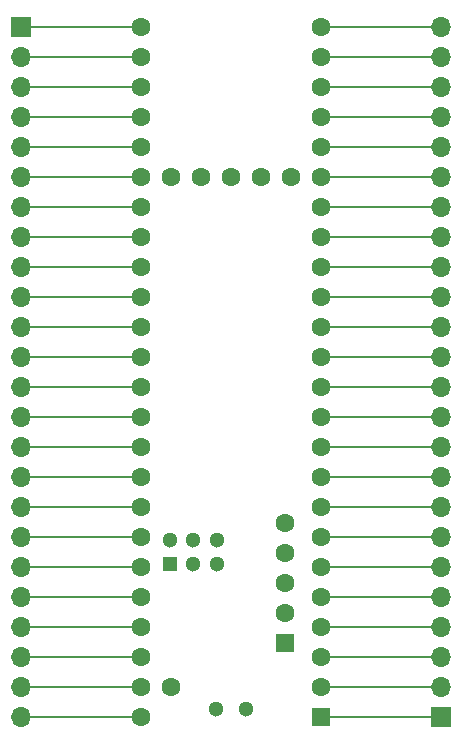
<source format=gbr>
%TF.GenerationSoftware,KiCad,Pcbnew,8.0.4*%
%TF.CreationDate,2024-08-20T17:15:03+05:30*%
%TF.ProjectId,Teensy_breakout,5465656e-7379-45f6-9272-65616b6f7574,rev?*%
%TF.SameCoordinates,Original*%
%TF.FileFunction,Copper,L1,Top*%
%TF.FilePolarity,Positive*%
%FSLAX46Y46*%
G04 Gerber Fmt 4.6, Leading zero omitted, Abs format (unit mm)*
G04 Created by KiCad (PCBNEW 8.0.4) date 2024-08-20 17:15:03*
%MOMM*%
%LPD*%
G01*
G04 APERTURE LIST*
%TA.AperFunction,Conductor*%
%ADD10C,0.200000*%
%TD*%
%TA.AperFunction,ComponentPad*%
%ADD11O,1.700000X1.700000*%
%TD*%
%TA.AperFunction,ComponentPad*%
%ADD12R,1.700000X1.700000*%
%TD*%
%TA.AperFunction,ComponentPad*%
%ADD13R,1.600000X1.600000*%
%TD*%
%TA.AperFunction,ComponentPad*%
%ADD14C,1.600000*%
%TD*%
%TA.AperFunction,ComponentPad*%
%ADD15R,1.300000X1.300000*%
%TD*%
%TA.AperFunction,ComponentPad*%
%ADD16C,1.300000*%
%TD*%
G04 APERTURE END LIST*
D10*
%TO.N,Net-(J1-Pin_12)*%
X172720000Y-93980000D02*
X162560000Y-93980000D01*
%TO.N,Net-(J2-Pin_2)*%
X147320000Y-66040000D02*
X137160000Y-66040000D01*
%TO.N,Net-(J2-Pin_22)*%
X147320000Y-116840000D02*
X137160000Y-116840000D01*
%TO.N,Net-(J1-Pin_2)*%
X172720000Y-119380000D02*
X162560000Y-119380000D01*
%TO.N,Net-(J2-Pin_20)*%
X147320000Y-111760000D02*
X137160000Y-111760000D01*
%TO.N,Net-(J1-Pin_8)*%
X172720000Y-104140000D02*
X162560000Y-104140000D01*
%TO.N,Net-(J2-Pin_6)*%
X147320000Y-76200000D02*
X137160000Y-76200000D01*
%TO.N,Net-(J2-Pin_17)*%
X147320000Y-104140000D02*
X137160000Y-104140000D01*
%TO.N,Net-(J1-Pin_19)*%
X162560000Y-76200000D02*
X172720000Y-76200000D01*
%TO.N,Net-(J1-Pin_3)*%
X172720000Y-116840000D02*
X162560000Y-116840000D01*
%TO.N,Net-(J1-Pin_9)*%
X172720000Y-101600000D02*
X162560000Y-101600000D01*
%TO.N,Net-(J2-Pin_7)*%
X147320000Y-78740000D02*
X137160000Y-78740000D01*
%TO.N,Net-(J1-Pin_14)*%
X162560000Y-88900000D02*
X172720000Y-88900000D01*
%TO.N,Net-(J1-Pin_24)*%
X162560000Y-63500000D02*
X172720000Y-63500000D01*
%TO.N,Net-(J2-Pin_13)*%
X147320000Y-93980000D02*
X137160000Y-93980000D01*
%TO.N,Net-(J1-Pin_10)*%
X172720000Y-99060000D02*
X162560000Y-99060000D01*
%TO.N,Net-(J2-Pin_11)*%
X137160000Y-88900000D02*
X147320000Y-88900000D01*
%TO.N,Net-(J2-Pin_18)*%
X137160000Y-106680000D02*
X147320000Y-106680000D01*
%TO.N,Net-(J2-Pin_3)*%
X147320000Y-68580000D02*
X137160000Y-68580000D01*
%TO.N,Net-(J1-Pin_16)*%
X162560000Y-83820000D02*
X172720000Y-83820000D01*
%TO.N,Net-(J2-Pin_16)*%
X147320000Y-101600000D02*
X137160000Y-101600000D01*
%TO.N,Net-(J2-Pin_14)*%
X147320000Y-96520000D02*
X137160000Y-96520000D01*
%TO.N,Net-(J1-Pin_22)*%
X162560000Y-68580000D02*
X172720000Y-68580000D01*
%TO.N,Net-(J1-Pin_15)*%
X162560000Y-86360000D02*
X172720000Y-86360000D01*
%TO.N,Net-(J2-Pin_19)*%
X147320000Y-109220000D02*
X137160000Y-109220000D01*
%TO.N,Net-(J1-Pin_11)*%
X162560000Y-96520000D02*
X172720000Y-96520000D01*
%TO.N,Net-(J1-Pin_23)*%
X162560000Y-66040000D02*
X172720000Y-66040000D01*
%TO.N,Net-(J2-Pin_8)*%
X147320000Y-81280000D02*
X137160000Y-81280000D01*
%TO.N,Net-(J2-Pin_24)*%
X147320000Y-121920000D02*
X137160000Y-121920000D01*
%TO.N,Net-(J1-Pin_7)*%
X172720000Y-106680000D02*
X162560000Y-106680000D01*
%TO.N,Net-(J2-Pin_10)*%
X147320000Y-86360000D02*
X137160000Y-86360000D01*
%TO.N,Net-(J2-Pin_12)*%
X147320000Y-91440000D02*
X137160000Y-91440000D01*
%TO.N,Net-(J1-Pin_17)*%
X162560000Y-81280000D02*
X172720000Y-81280000D01*
%TO.N,Net-(J1-Pin_18)*%
X162560000Y-78740000D02*
X172720000Y-78740000D01*
%TO.N,Net-(J2-Pin_5)*%
X147320000Y-73660000D02*
X137160000Y-73660000D01*
%TO.N,Net-(J2-Pin_15)*%
X147320000Y-99060000D02*
X137160000Y-99060000D01*
%TO.N,Net-(J1-Pin_4)*%
X162560000Y-114300000D02*
X172720000Y-114300000D01*
%TO.N,Net-(J1-Pin_1)*%
X172720000Y-121920000D02*
X162560000Y-121920000D01*
%TO.N,Net-(J1-Pin_20)*%
X162560000Y-73660000D02*
X172720000Y-73660000D01*
%TO.N,Net-(J1-Pin_13)*%
X172720000Y-91440000D02*
X162560000Y-91440000D01*
%TO.N,Net-(J2-Pin_23)*%
X147320000Y-119380000D02*
X137160000Y-119380000D01*
%TO.N,Net-(J2-Pin_1)*%
X147320000Y-63500000D02*
X137160000Y-63500000D01*
%TO.N,Net-(J2-Pin_4)*%
X147320000Y-71120000D02*
X137160000Y-71120000D01*
%TO.N,Net-(J1-Pin_21)*%
X162560000Y-71120000D02*
X172720000Y-71120000D01*
%TO.N,Net-(J2-Pin_9)*%
X147320000Y-83820000D02*
X137160000Y-83820000D01*
%TO.N,Net-(J2-Pin_21)*%
X147320000Y-114300000D02*
X137160000Y-114300000D01*
%TO.N,Net-(J1-Pin_6)*%
X172720000Y-109220000D02*
X162560000Y-109220000D01*
%TO.N,Net-(J1-Pin_5)*%
X172720000Y-111760000D02*
X162560000Y-111760000D01*
%TD*%
D11*
%TO.P,J2,24,Pin_24*%
%TO.N,Net-(J2-Pin_24)*%
X137160000Y-121920000D03*
%TO.P,J2,23,Pin_23*%
%TO.N,Net-(J2-Pin_23)*%
X137160000Y-119380000D03*
%TO.P,J2,22,Pin_22*%
%TO.N,Net-(J2-Pin_22)*%
X137160000Y-116840000D03*
%TO.P,J2,21,Pin_21*%
%TO.N,Net-(J2-Pin_21)*%
X137160000Y-114300000D03*
%TO.P,J2,20,Pin_20*%
%TO.N,Net-(J2-Pin_20)*%
X137160000Y-111760000D03*
%TO.P,J2,19,Pin_19*%
%TO.N,Net-(J2-Pin_19)*%
X137160000Y-109220000D03*
%TO.P,J2,18,Pin_18*%
%TO.N,Net-(J2-Pin_18)*%
X137160000Y-106680000D03*
%TO.P,J2,17,Pin_17*%
%TO.N,Net-(J2-Pin_17)*%
X137160000Y-104140000D03*
%TO.P,J2,16,Pin_16*%
%TO.N,Net-(J2-Pin_16)*%
X137160000Y-101600000D03*
%TO.P,J2,15,Pin_15*%
%TO.N,Net-(J2-Pin_15)*%
X137160000Y-99060000D03*
%TO.P,J2,14,Pin_14*%
%TO.N,Net-(J2-Pin_14)*%
X137160000Y-96520000D03*
%TO.P,J2,13,Pin_13*%
%TO.N,Net-(J2-Pin_13)*%
X137160000Y-93980000D03*
%TO.P,J2,12,Pin_12*%
%TO.N,Net-(J2-Pin_12)*%
X137160000Y-91440000D03*
%TO.P,J2,11,Pin_11*%
%TO.N,Net-(J2-Pin_11)*%
X137160000Y-88900000D03*
%TO.P,J2,10,Pin_10*%
%TO.N,Net-(J2-Pin_10)*%
X137160000Y-86360000D03*
%TO.P,J2,9,Pin_9*%
%TO.N,Net-(J2-Pin_9)*%
X137160000Y-83820000D03*
%TO.P,J2,8,Pin_8*%
%TO.N,Net-(J2-Pin_8)*%
X137160000Y-81280000D03*
%TO.P,J2,7,Pin_7*%
%TO.N,Net-(J2-Pin_7)*%
X137160000Y-78740000D03*
%TO.P,J2,6,Pin_6*%
%TO.N,Net-(J2-Pin_6)*%
X137160000Y-76200000D03*
%TO.P,J2,5,Pin_5*%
%TO.N,Net-(J2-Pin_5)*%
X137160000Y-73660000D03*
%TO.P,J2,4,Pin_4*%
%TO.N,Net-(J2-Pin_4)*%
X137160000Y-71120000D03*
%TO.P,J2,3,Pin_3*%
%TO.N,Net-(J2-Pin_3)*%
X137160000Y-68580000D03*
%TO.P,J2,2,Pin_2*%
%TO.N,Net-(J2-Pin_2)*%
X137160000Y-66040000D03*
D12*
%TO.P,J2,1,Pin_1*%
%TO.N,Net-(J2-Pin_1)*%
X137160000Y-63500000D03*
%TD*%
%TO.P,J1,1,Pin_1*%
%TO.N,Net-(J1-Pin_1)*%
X172720000Y-121920000D03*
D11*
%TO.P,J1,2,Pin_2*%
%TO.N,Net-(J1-Pin_2)*%
X172720000Y-119380000D03*
%TO.P,J1,3,Pin_3*%
%TO.N,Net-(J1-Pin_3)*%
X172720000Y-116840000D03*
%TO.P,J1,4,Pin_4*%
%TO.N,Net-(J1-Pin_4)*%
X172720000Y-114300000D03*
%TO.P,J1,5,Pin_5*%
%TO.N,Net-(J1-Pin_5)*%
X172720000Y-111760000D03*
%TO.P,J1,6,Pin_6*%
%TO.N,Net-(J1-Pin_6)*%
X172720000Y-109220000D03*
%TO.P,J1,7,Pin_7*%
%TO.N,Net-(J1-Pin_7)*%
X172720000Y-106680000D03*
%TO.P,J1,8,Pin_8*%
%TO.N,Net-(J1-Pin_8)*%
X172720000Y-104140000D03*
%TO.P,J1,9,Pin_9*%
%TO.N,Net-(J1-Pin_9)*%
X172720000Y-101600000D03*
%TO.P,J1,10,Pin_10*%
%TO.N,Net-(J1-Pin_10)*%
X172720000Y-99060000D03*
%TO.P,J1,11,Pin_11*%
%TO.N,Net-(J1-Pin_11)*%
X172720000Y-96520000D03*
%TO.P,J1,12,Pin_12*%
%TO.N,Net-(J1-Pin_12)*%
X172720000Y-93980000D03*
%TO.P,J1,13,Pin_13*%
%TO.N,Net-(J1-Pin_13)*%
X172720000Y-91440000D03*
%TO.P,J1,14,Pin_14*%
%TO.N,Net-(J1-Pin_14)*%
X172720000Y-88900000D03*
%TO.P,J1,15,Pin_15*%
%TO.N,Net-(J1-Pin_15)*%
X172720000Y-86360000D03*
%TO.P,J1,16,Pin_16*%
%TO.N,Net-(J1-Pin_16)*%
X172720000Y-83820000D03*
%TO.P,J1,17,Pin_17*%
%TO.N,Net-(J1-Pin_17)*%
X172720000Y-81280000D03*
%TO.P,J1,18,Pin_18*%
%TO.N,Net-(J1-Pin_18)*%
X172720000Y-78740000D03*
%TO.P,J1,19,Pin_19*%
%TO.N,Net-(J1-Pin_19)*%
X172720000Y-76200000D03*
%TO.P,J1,20,Pin_20*%
%TO.N,Net-(J1-Pin_20)*%
X172720000Y-73660000D03*
%TO.P,J1,21,Pin_21*%
%TO.N,Net-(J1-Pin_21)*%
X172720000Y-71120000D03*
%TO.P,J1,22,Pin_22*%
%TO.N,Net-(J1-Pin_22)*%
X172720000Y-68580000D03*
%TO.P,J1,23,Pin_23*%
%TO.N,Net-(J1-Pin_23)*%
X172720000Y-66040000D03*
%TO.P,J1,24,Pin_24*%
%TO.N,Net-(J1-Pin_24)*%
X172720000Y-63500000D03*
%TD*%
D13*
%TO.P,U1,1,GND*%
%TO.N,Net-(J1-Pin_1)*%
X162560000Y-121920000D03*
D14*
%TO.P,U1,2,0_RX1_CRX2_CS1*%
%TO.N,Net-(J1-Pin_2)*%
X162560000Y-119380000D03*
%TO.P,U1,3,1_TX1_CTX2_MISO1*%
%TO.N,Net-(J1-Pin_3)*%
X162560000Y-116840000D03*
%TO.P,U1,4,2_OUT2*%
%TO.N,Net-(J1-Pin_4)*%
X162560000Y-114300000D03*
%TO.P,U1,5,3_LRCLK2*%
%TO.N,Net-(J1-Pin_5)*%
X162560000Y-111760000D03*
%TO.P,U1,6,4_BCLK2*%
%TO.N,Net-(J1-Pin_6)*%
X162560000Y-109220000D03*
%TO.P,U1,7,5_IN2*%
%TO.N,Net-(J1-Pin_7)*%
X162560000Y-106680000D03*
%TO.P,U1,8,6_OUT1D*%
%TO.N,Net-(J1-Pin_8)*%
X162560000Y-104140000D03*
%TO.P,U1,9,7_RX2_OUT1A*%
%TO.N,Net-(J1-Pin_9)*%
X162560000Y-101600000D03*
%TO.P,U1,10,8_TX2_IN1*%
%TO.N,Net-(J1-Pin_10)*%
X162560000Y-99060000D03*
%TO.P,U1,11,9_OUT1C*%
%TO.N,Net-(J1-Pin_11)*%
X162560000Y-96520000D03*
%TO.P,U1,12,10_CS_MQSR*%
%TO.N,Net-(J1-Pin_12)*%
X162560000Y-93980000D03*
%TO.P,U1,13,11_MOSI_CTX1*%
%TO.N,Net-(J1-Pin_13)*%
X162560000Y-91440000D03*
%TO.P,U1,14,12_MISO_MQSL*%
%TO.N,Net-(J1-Pin_14)*%
X162560000Y-88900000D03*
%TO.P,U1,15,3V3*%
%TO.N,Net-(J1-Pin_15)*%
X162560000Y-86360000D03*
%TO.P,U1,16,24_A10_TX6_SCL2*%
%TO.N,Net-(J1-Pin_16)*%
X162560000Y-83820000D03*
%TO.P,U1,17,25_A11_RX6_SDA2*%
%TO.N,Net-(J1-Pin_17)*%
X162560000Y-81280000D03*
%TO.P,U1,18,26_A12_MOSI1*%
%TO.N,Net-(J1-Pin_18)*%
X162560000Y-78740000D03*
%TO.P,U1,19,27_A13_SCK1*%
%TO.N,Net-(J1-Pin_19)*%
X162560000Y-76200000D03*
%TO.P,U1,20,28_RX7*%
%TO.N,Net-(J1-Pin_20)*%
X162560000Y-73660000D03*
%TO.P,U1,21,29_TX7*%
%TO.N,Net-(J1-Pin_21)*%
X162560000Y-71120000D03*
%TO.P,U1,22,30_CRX3*%
%TO.N,Net-(J1-Pin_22)*%
X162560000Y-68580000D03*
%TO.P,U1,23,31_CTX3*%
%TO.N,Net-(J1-Pin_23)*%
X162560000Y-66040000D03*
%TO.P,U1,24,32_OUT1B*%
%TO.N,Net-(J1-Pin_24)*%
X162560000Y-63500000D03*
%TO.P,U1,25,33_MCLK2*%
%TO.N,Net-(J2-Pin_1)*%
X147320000Y-63500000D03*
%TO.P,U1,26,34_RX8*%
%TO.N,Net-(J2-Pin_2)*%
X147320000Y-66040000D03*
%TO.P,U1,27,35_TX8*%
%TO.N,Net-(J2-Pin_3)*%
X147320000Y-68580000D03*
%TO.P,U1,28,36_CS*%
%TO.N,Net-(J2-Pin_4)*%
X147320000Y-71120000D03*
%TO.P,U1,29,37_CS*%
%TO.N,Net-(J2-Pin_5)*%
X147320000Y-73660000D03*
%TO.P,U1,30,38_CS1_IN1*%
%TO.N,Net-(J2-Pin_6)*%
X147320000Y-76200000D03*
%TO.P,U1,31,39_MISO1_OUT1A*%
%TO.N,Net-(J2-Pin_7)*%
X147320000Y-78740000D03*
%TO.P,U1,32,40_A16*%
%TO.N,Net-(J2-Pin_8)*%
X147320000Y-81280000D03*
%TO.P,U1,33,41_A17*%
%TO.N,Net-(J2-Pin_9)*%
X147320000Y-83820000D03*
%TO.P,U1,34,GND*%
%TO.N,Net-(J2-Pin_10)*%
X147320000Y-86360000D03*
%TO.P,U1,35,13_SCK_LED*%
%TO.N,Net-(J2-Pin_11)*%
X147320000Y-88900000D03*
%TO.P,U1,36,14_A0_TX3_SPDIF_OUT*%
%TO.N,Net-(J2-Pin_12)*%
X147320000Y-91440000D03*
%TO.P,U1,37,15_A1_RX3_SPDIF_IN*%
%TO.N,Net-(J2-Pin_13)*%
X147320000Y-93980000D03*
%TO.P,U1,38,16_A2_RX4_SCL1*%
%TO.N,Net-(J2-Pin_14)*%
X147320000Y-96520000D03*
%TO.P,U1,39,17_A3_TX4_SDA1*%
%TO.N,Net-(J2-Pin_15)*%
X147320000Y-99060000D03*
%TO.P,U1,40,18_A4_SDA*%
%TO.N,Net-(J2-Pin_16)*%
X147320000Y-101600000D03*
%TO.P,U1,41,19_A5_SCL*%
%TO.N,Net-(J2-Pin_17)*%
X147320000Y-104140000D03*
%TO.P,U1,42,20_A6_TX5_LRCLK1*%
%TO.N,Net-(J2-Pin_18)*%
X147320000Y-106680000D03*
%TO.P,U1,43,21_A7_RX5_BCLK1*%
%TO.N,Net-(J2-Pin_19)*%
X147320000Y-109220000D03*
%TO.P,U1,44,22_A8_CTX1*%
%TO.N,Net-(J2-Pin_20)*%
X147320000Y-111760000D03*
%TO.P,U1,45,23_A9_CRX1_MCLK1*%
%TO.N,Net-(J2-Pin_21)*%
X147320000Y-114300000D03*
%TO.P,U1,46,3V3*%
%TO.N,Net-(J2-Pin_22)*%
X147320000Y-116840000D03*
%TO.P,U1,47,GND*%
%TO.N,Net-(J2-Pin_23)*%
X147320000Y-119380000D03*
%TO.P,U1,48,VIN*%
%TO.N,Net-(J2-Pin_24)*%
X147320000Y-121920000D03*
%TO.P,U1,49,VUSB*%
%TO.N,unconnected-(U1-VUSB-Pad49)*%
X149860000Y-119380000D03*
%TO.P,U1,50,VBAT*%
%TO.N,unconnected-(U1-VBAT-Pad50)*%
X160020000Y-76200000D03*
%TO.P,U1,51,3V3*%
%TO.N,unconnected-(U1-3V3-Pad51)*%
X157480000Y-76200000D03*
%TO.P,U1,52,GND*%
%TO.N,unconnected-(U1-GND-Pad52)*%
X154940000Y-76200000D03*
%TO.P,U1,53,PROGRAM*%
%TO.N,unconnected-(U1-PROGRAM-Pad53)*%
X152400000Y-76200000D03*
%TO.P,U1,54,ON_OFF*%
%TO.N,unconnected-(U1-ON_OFF-Pad54)*%
X149860000Y-76200000D03*
D13*
%TO.P,U1,55,5V*%
%TO.N,unconnected-(U1-5V-Pad55)*%
X159509200Y-115620800D03*
D14*
%TO.P,U1,56,D-*%
%TO.N,unconnected-(U1-D--Pad56)*%
X159509200Y-113080800D03*
%TO.P,U1,57,D+*%
%TO.N,unconnected-(U1-D+-Pad57)*%
X159509200Y-110540800D03*
%TO.P,U1,58,GND*%
%TO.N,unconnected-(U1-GND-Pad58)*%
X159509200Y-108000800D03*
%TO.P,U1,59,GND*%
%TO.N,unconnected-(U1-GND-Pad59)*%
X159509200Y-105460800D03*
D15*
%TO.P,U1,60,R+*%
%TO.N,unconnected-(U1-R+-Pad60)*%
X149758400Y-108950000D03*
D16*
%TO.P,U1,61,LED*%
%TO.N,unconnected-(U1-LED-Pad61)*%
X151758400Y-108950000D03*
%TO.P,U1,62,T-*%
%TO.N,unconnected-(U1-T--Pad62)*%
X153758400Y-108950000D03*
%TO.P,U1,63,T+*%
%TO.N,unconnected-(U1-T+-Pad63)*%
X153758400Y-106950000D03*
%TO.P,U1,64,GND*%
%TO.N,unconnected-(U1-GND-Pad64)*%
X151758400Y-106950000D03*
%TO.P,U1,65,R-*%
%TO.N,unconnected-(U1-R--Pad65)*%
X149758400Y-106950000D03*
%TO.P,U1,66,D-*%
%TO.N,unconnected-(U1-D--Pad66)*%
X153670000Y-121190000D03*
%TO.P,U1,67,D+*%
%TO.N,unconnected-(U1-D+-Pad67)*%
X156210000Y-121190000D03*
%TD*%
M02*

</source>
